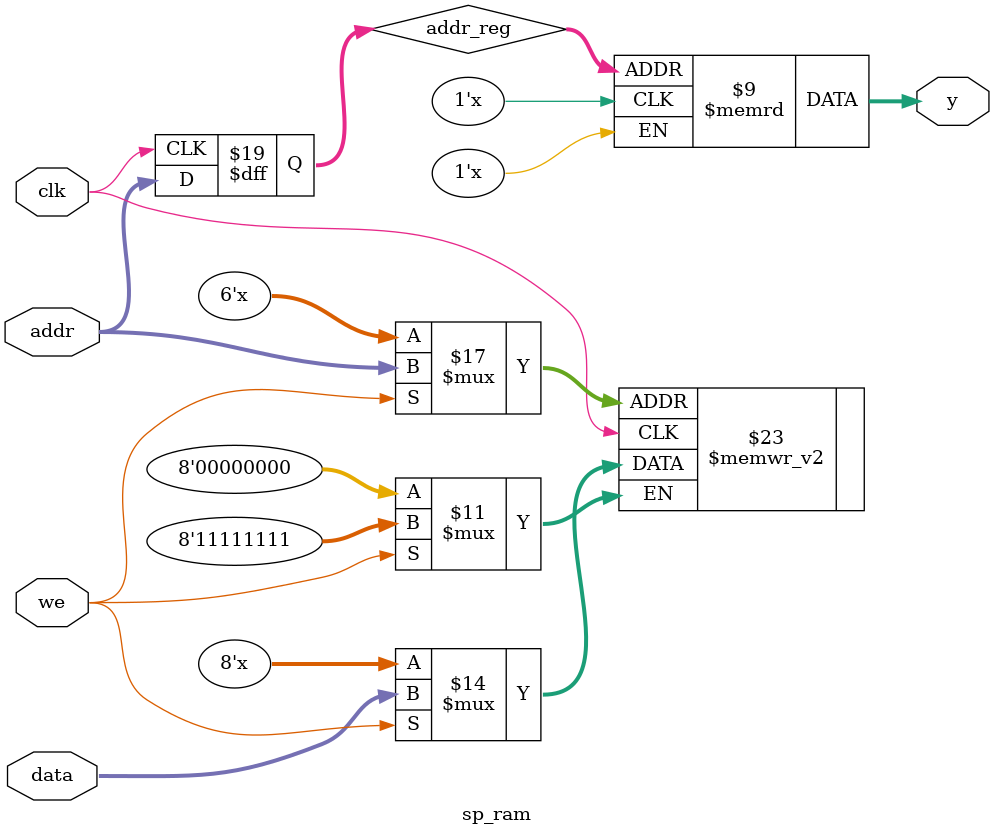
<source format=v>
module sp_ram (
  input [5:0] addr,
  input [7:0] data,
  input we,clk,
  output [7:0] y
);
  
  reg [7:0] ram[63:0];
  reg [5:0] addr_reg;
  always @(posedge clk)
  begin  
    if (we)
      ram[addr] <= data;
      addr_reg <= addr;
  end
  
  assign y = ram[addr_reg];
endmodule   

</source>
